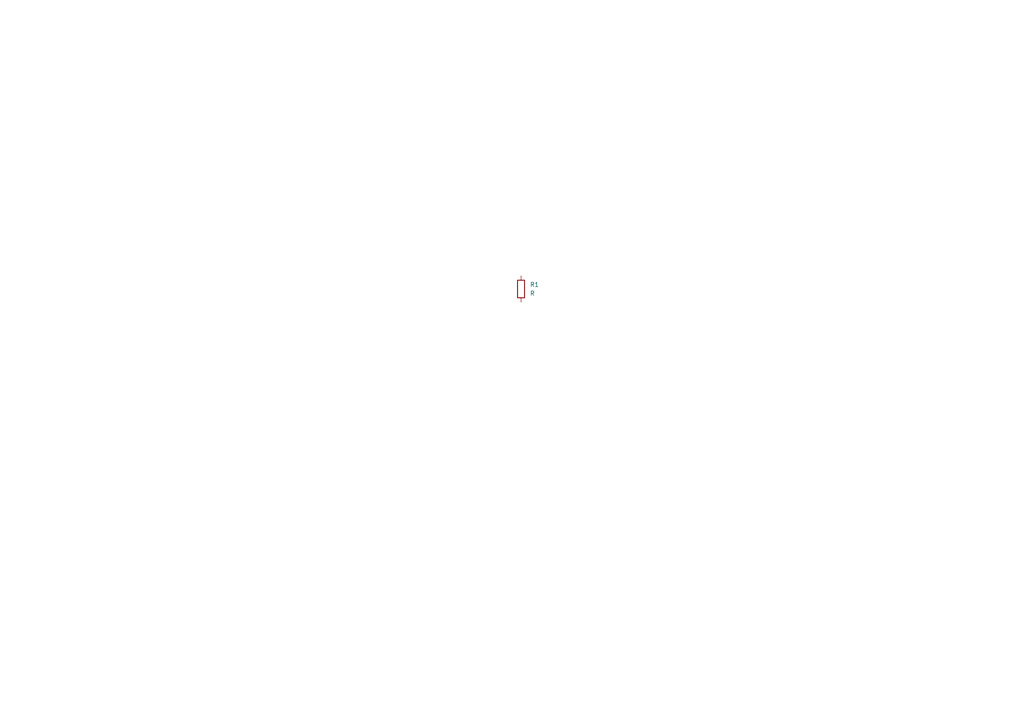
<source format=kicad_sch>
(kicad_sch (version 20230121) (generator eeschema)
  (paper "A4")
  (lib_symbols
    (symbol "Device:R" (pin_numbers hide) (pin_names (offset 0))
      (property "Reference" "R" (at 2.032 0 90))
      (property "Value" "R" (at 0 0 90))
      (symbol "R_0_1"
        (rectangle (start -1.016 -2.54) (end 1.016 2.54) (stroke (width 0.254)))
      )
      (symbol "R_1_1"
        (pin passive line (at 0 3.81 270) (length 1.27) (name "~") (number "1"))
        (pin passive line (at 0 -3.81 90) (length 1.27) (name "~") (number "2"))
      )
    )
  )
  (symbol (lib_id "Device:R") (at 151.13 83.82 0) (unit 1)
    (property "Reference" "R1" (at 153.67 82.55 0) (effects (justify left)))
    (property "Value" "R" (at 153.67 85.09 0) (effects (justify left)))
  )
)
</source>
